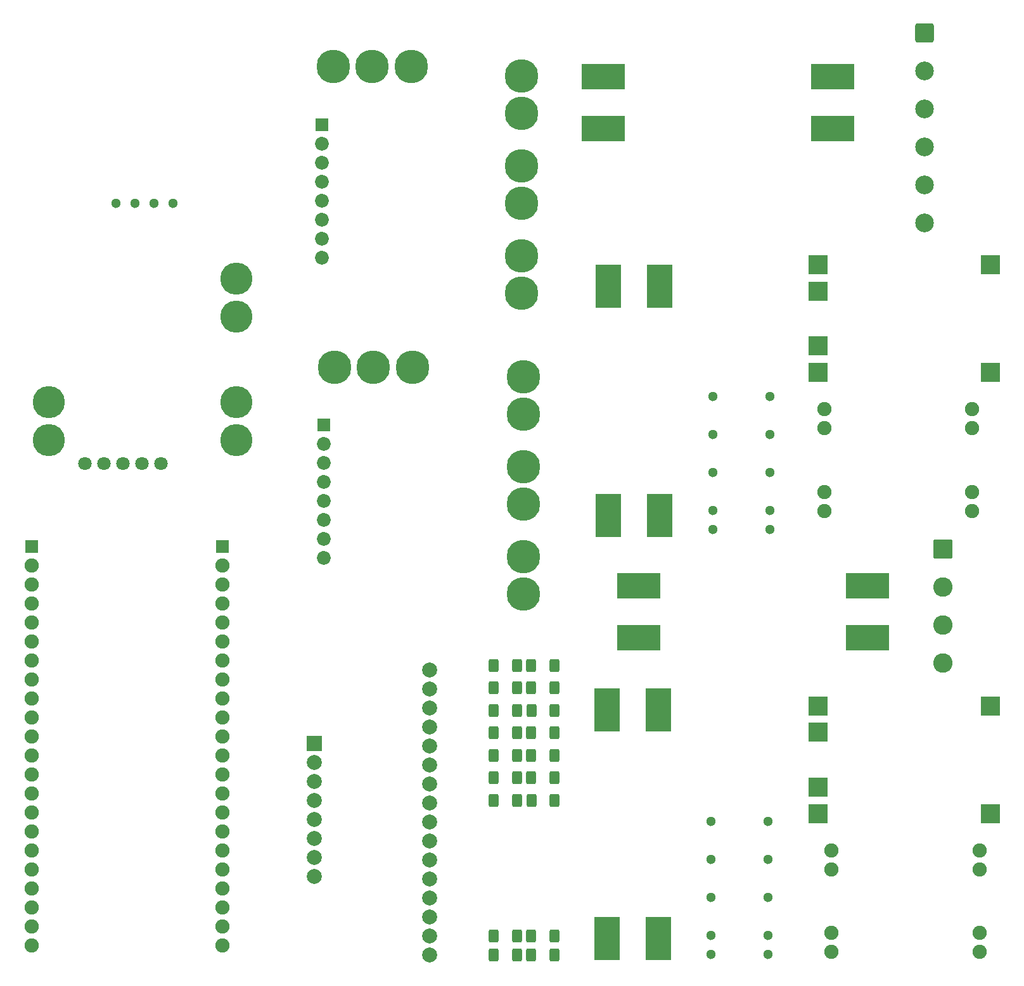
<source format=gbr>
%TF.GenerationSoftware,KiCad,Pcbnew,9.0.2*%
%TF.CreationDate,2025-10-01T16:12:29+03:00*%
%TF.ProjectId,SolarMonitor_V1,536f6c61-724d-46f6-9e69-746f725f5631,rev?*%
%TF.SameCoordinates,Original*%
%TF.FileFunction,Soldermask,Top*%
%TF.FilePolarity,Negative*%
%FSLAX46Y46*%
G04 Gerber Fmt 4.6, Leading zero omitted, Abs format (unit mm)*
G04 Created by KiCad (PCBNEW 9.0.2) date 2025-10-01 16:12:29*
%MOMM*%
%LPD*%
G01*
G04 APERTURE LIST*
G04 Aperture macros list*
%AMRoundRect*
0 Rectangle with rounded corners*
0 $1 Rounding radius*
0 $2 $3 $4 $5 $6 $7 $8 $9 X,Y pos of 4 corners*
0 Add a 4 corners polygon primitive as box body*
4,1,4,$2,$3,$4,$5,$6,$7,$8,$9,$2,$3,0*
0 Add four circle primitives for the rounded corners*
1,1,$1+$1,$2,$3*
1,1,$1+$1,$4,$5*
1,1,$1+$1,$6,$7*
1,1,$1+$1,$8,$9*
0 Add four rect primitives between the rounded corners*
20,1,$1+$1,$2,$3,$4,$5,0*
20,1,$1+$1,$4,$5,$6,$7,0*
20,1,$1+$1,$6,$7,$8,$9,0*
20,1,$1+$1,$8,$9,$2,$3,0*%
G04 Aperture macros list end*
%ADD10C,1.300000*%
%ADD11R,2.500000X2.500000*%
%ADD12C,1.900000*%
%ADD13R,1.700000X1.700000*%
%ADD14R,5.840000X3.500000*%
%ADD15C,1.905000*%
%ADD16RoundRect,0.250000X0.400000X0.625000X-0.400000X0.625000X-0.400000X-0.625000X0.400000X-0.625000X0*%
%ADD17C,2.000000*%
%ADD18R,2.100000X2.100000*%
%ADD19R,3.500000X5.840000*%
%ADD20RoundRect,0.250000X-1.000000X1.000000X-1.000000X-1.000000X1.000000X-1.000000X1.000000X1.000000X0*%
%ADD21C,2.500000*%
%ADD22C,1.850000*%
%ADD23C,4.500000*%
%ADD24C,4.300000*%
%ADD25C,1.800000*%
%ADD26RoundRect,0.250000X-1.050000X1.050000X-1.050000X-1.050000X1.050000X-1.050000X1.050000X1.050000X0*%
%ADD27C,2.600000*%
G04 APERTURE END LIST*
D10*
%TO.C,K2*%
X126472024Y-179620000D03*
X126472024Y-177080000D03*
X126472024Y-172000000D03*
X126472024Y-166920000D03*
X126472024Y-161840000D03*
X134092024Y-161840000D03*
X134092024Y-166920000D03*
X134092024Y-172000000D03*
X134092024Y-177080000D03*
X134092024Y-179620000D03*
%TD*%
D11*
%TO.C,BRD1*%
X140800000Y-101775000D03*
X140800000Y-98275000D03*
X140800000Y-90925000D03*
X140800000Y-87425000D03*
X163800000Y-101775000D03*
X163800000Y-87425000D03*
%TD*%
%TO.C,BRD4*%
X140800000Y-160775000D03*
X140800000Y-157275000D03*
X140800000Y-149925000D03*
X140800000Y-146425000D03*
X163800000Y-160775000D03*
X163800000Y-146425000D03*
%TD*%
D12*
%TO.C,BRD12*%
X61198000Y-178420845D03*
X61198000Y-175880845D03*
X61198000Y-173340845D03*
X61198000Y-170800845D03*
X61198000Y-168260845D03*
X61198000Y-165720845D03*
X61198000Y-163180845D03*
X61198000Y-160640845D03*
X61198000Y-158100845D03*
X61198000Y-155560845D03*
X61198000Y-153020845D03*
X61198000Y-150480845D03*
X61198000Y-147940845D03*
X61198000Y-145400845D03*
X61198000Y-142860845D03*
X61198000Y-140320845D03*
X61198000Y-137780845D03*
X61198000Y-135240845D03*
X61198000Y-132700845D03*
X61198000Y-130160845D03*
X61198000Y-127620845D03*
D13*
X61198000Y-125080845D03*
D12*
X35698000Y-178420845D03*
X35698000Y-175880845D03*
X35698000Y-173340845D03*
X35698000Y-170800845D03*
X35698000Y-168260845D03*
X35698000Y-165720845D03*
X35698000Y-163180845D03*
X35698000Y-160640845D03*
X35698000Y-158100845D03*
X35698000Y-155560845D03*
X35698000Y-153020845D03*
X35698000Y-150480845D03*
X35698000Y-147940845D03*
X35698000Y-145400845D03*
X35698000Y-142860845D03*
X35698000Y-140320845D03*
X35698000Y-137780845D03*
X35698000Y-135240845D03*
X35698000Y-132700845D03*
X35698000Y-130160845D03*
X35698000Y-127620845D03*
D13*
X35698000Y-125080845D03*
%TD*%
D14*
%TO.C,BRD14*%
X112100000Y-69160000D03*
X112100000Y-62250000D03*
X142700000Y-62250000D03*
X142700000Y-69160000D03*
%TD*%
D15*
%TO.C,BRD2*%
X141600000Y-106700000D03*
X141600000Y-109240000D03*
X141600000Y-117760000D03*
X141600000Y-120300000D03*
X161400000Y-120300000D03*
X161400000Y-117760000D03*
X161400000Y-109240000D03*
X161400000Y-106700000D03*
%TD*%
D16*
%TO.C,R14*%
X105550000Y-153000000D03*
X102450000Y-153000000D03*
%TD*%
%TO.C,R16*%
X105550000Y-141000000D03*
X102450000Y-141000000D03*
%TD*%
D17*
%TO.C,BRD7*%
X88868000Y-179700845D03*
X88868000Y-177160845D03*
X88868000Y-174620845D03*
X88868000Y-172080845D03*
X88868000Y-169540845D03*
X88868000Y-167000845D03*
X88868000Y-164460845D03*
X88868000Y-161920845D03*
X88868000Y-159380845D03*
X88868000Y-156840845D03*
X88868000Y-154300845D03*
X88868000Y-151760845D03*
X88868000Y-149220845D03*
X88868000Y-146680845D03*
X88868000Y-144140845D03*
X88868000Y-141600845D03*
X73498000Y-169190845D03*
X73498000Y-166650845D03*
X73498000Y-164110845D03*
X73498000Y-161570845D03*
X73498000Y-159030845D03*
X73498000Y-156490845D03*
X73498000Y-153950845D03*
D18*
X73498000Y-151410845D03*
%TD*%
D16*
%TO.C,R3*%
X100550000Y-179690845D03*
X97450000Y-179690845D03*
%TD*%
%TO.C,R10*%
X105550000Y-156000000D03*
X102450000Y-156000000D03*
%TD*%
%TO.C,R4*%
X105600000Y-159000000D03*
X102500000Y-159000000D03*
%TD*%
%TO.C,R7*%
X100550000Y-147000000D03*
X97450000Y-147000000D03*
%TD*%
%TO.C,R13*%
X100550000Y-144000000D03*
X97450000Y-144000000D03*
%TD*%
D19*
%TO.C,BRD3*%
X119660000Y-120900000D03*
X112750000Y-120900000D03*
X112750000Y-90300000D03*
X119660000Y-90300000D03*
%TD*%
D16*
%TO.C,R5*%
X100550000Y-159000000D03*
X97450000Y-159000000D03*
%TD*%
D10*
%TO.C,BRD13*%
X54575000Y-79175000D03*
X52035000Y-79175000D03*
X49495000Y-79175000D03*
X46955000Y-79175000D03*
%TD*%
D16*
%TO.C,R8*%
X105550000Y-177190845D03*
X102450000Y-177190845D03*
%TD*%
%TO.C,R11*%
X100550000Y-156000000D03*
X97450000Y-156000000D03*
%TD*%
D20*
%TO.C,J1*%
X155000000Y-56420000D03*
D21*
X155000000Y-61500000D03*
X155000000Y-66580000D03*
X155000000Y-71660000D03*
X155000000Y-76740000D03*
X155000000Y-81820000D03*
%TD*%
D16*
%TO.C,R9*%
X100550000Y-177190845D03*
X97450000Y-177190845D03*
%TD*%
D14*
%TO.C,BRD11*%
X147400000Y-130340000D03*
X147400000Y-137250000D03*
X116800000Y-137250000D03*
X116800000Y-130340000D03*
%TD*%
D15*
%TO.C,BRD5*%
X142600000Y-165700000D03*
X142600000Y-168240000D03*
X142600000Y-176760000D03*
X142600000Y-179300000D03*
X162400000Y-179300000D03*
X162400000Y-176760000D03*
X162400000Y-168240000D03*
X162400000Y-165700000D03*
%TD*%
D16*
%TO.C,R17*%
X105550000Y-179690845D03*
X102450000Y-179690845D03*
%TD*%
D22*
%TO.C,BRD9*%
X74728000Y-126620845D03*
X74728000Y-124080845D03*
X74728000Y-121540845D03*
X74728000Y-119000845D03*
X74728000Y-116460845D03*
X74728000Y-113920845D03*
X74728000Y-111380845D03*
D13*
X74728000Y-108840845D03*
D23*
X76198000Y-101090845D03*
X81398000Y-101090845D03*
X86598000Y-101090845D03*
X101398000Y-102400845D03*
X101398000Y-107400845D03*
X101398000Y-114400845D03*
X101398000Y-119400845D03*
X101398000Y-126400845D03*
X101398000Y-131400845D03*
%TD*%
D22*
%TO.C,BRD8*%
X74528000Y-86430845D03*
X74528000Y-83890845D03*
X74528000Y-81350845D03*
X74528000Y-78810845D03*
X74528000Y-76270845D03*
X74528000Y-73730845D03*
X74528000Y-71190845D03*
D13*
X74528000Y-68650845D03*
D23*
X75998000Y-60900845D03*
X81198000Y-60900845D03*
X86398000Y-60900845D03*
X101198000Y-62210845D03*
X101198000Y-67210845D03*
X101198000Y-74210845D03*
X101198000Y-79210845D03*
X101198000Y-86210845D03*
X101198000Y-91210845D03*
%TD*%
D16*
%TO.C,R12*%
X105550000Y-144000000D03*
X102450000Y-144000000D03*
%TD*%
D24*
%TO.C,BRD10*%
X38050000Y-105770000D03*
X38050000Y-110850000D03*
X63050000Y-89290000D03*
X63050000Y-94370000D03*
X63050000Y-105770000D03*
X63050000Y-110850000D03*
D25*
X42850000Y-113950000D03*
X45390000Y-113950000D03*
X47930000Y-113950000D03*
X50470000Y-113950000D03*
X53030000Y-113950000D03*
%TD*%
D16*
%TO.C,R20*%
X100550000Y-150000000D03*
X97450000Y-150000000D03*
%TD*%
%TO.C,R6*%
X105600000Y-147000000D03*
X102500000Y-147000000D03*
%TD*%
%TO.C,R19*%
X105550000Y-150000000D03*
X102450000Y-150000000D03*
%TD*%
%TO.C,R18*%
X100550000Y-141000000D03*
X97450000Y-141000000D03*
%TD*%
D19*
%TO.C,BRD6*%
X119500000Y-177500000D03*
X112590000Y-177500000D03*
X112590000Y-146900000D03*
X119500000Y-146900000D03*
%TD*%
D16*
%TO.C,R15*%
X100550000Y-153000000D03*
X97450000Y-153000000D03*
%TD*%
D10*
%TO.C,K1*%
X126770000Y-122800000D03*
X126770000Y-120260000D03*
X126770000Y-115180000D03*
X126770000Y-110100000D03*
X126770000Y-105020000D03*
X134390000Y-105020000D03*
X134390000Y-110100000D03*
X134390000Y-115180000D03*
X134390000Y-120260000D03*
X134390000Y-122800000D03*
%TD*%
D26*
%TO.C,J2*%
X157500000Y-125420000D03*
D27*
X157500000Y-130500000D03*
X157500000Y-135580000D03*
X157500000Y-140660000D03*
%TD*%
M02*

</source>
